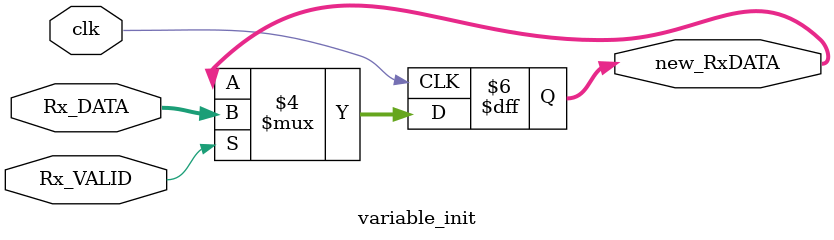
<source format=v>
`timescale 1ns / 1ps


module variable_init(clk, Rx_DATA, new_RxDATA, Rx_VALID);
    
    input clk;
    input Rx_VALID;
    output [7:0] new_RxDATA;
    input [7:0] Rx_DATA;
    reg [7:0] new_RxDATA;
    
    always @(posedge clk)
    begin
        if(Rx_VALID == 1'b1)
            new_RxDATA <= Rx_DATA;
        else
            new_RxDATA <= new_RxDATA;
    end
    
endmodule

</source>
